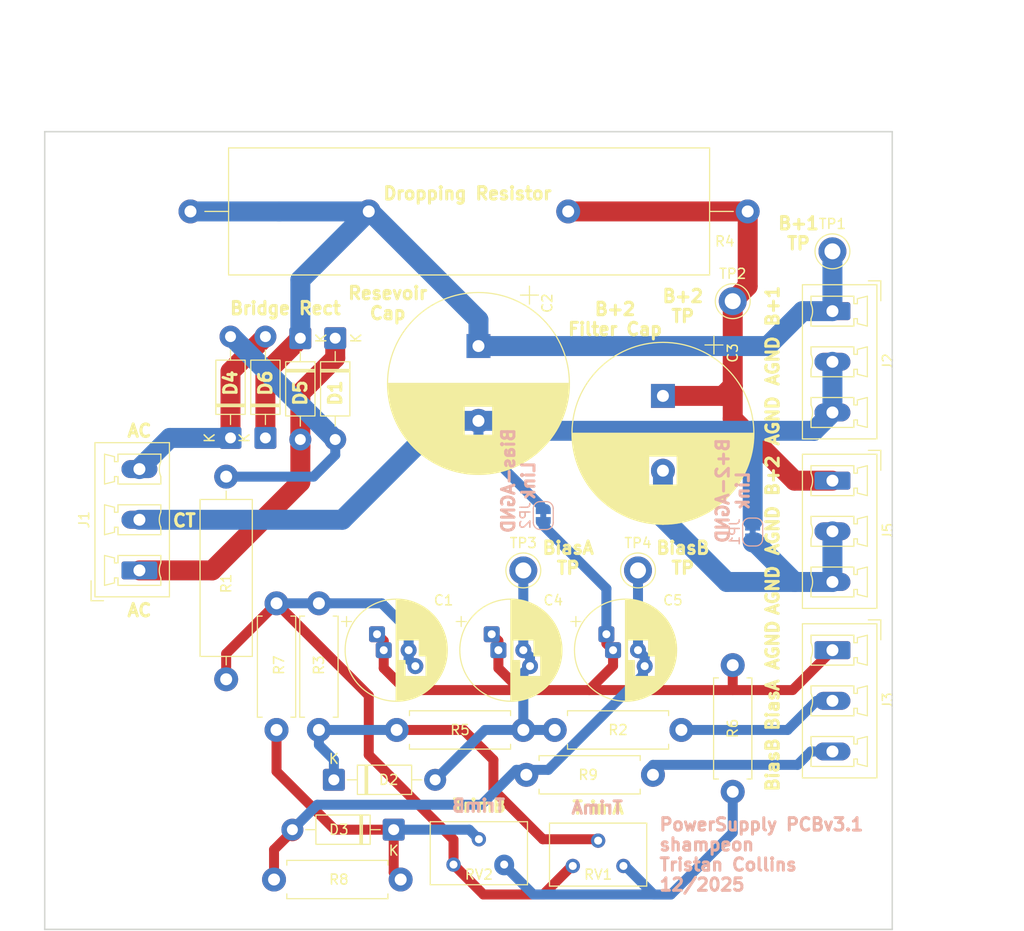
<source format=kicad_pcb>
(kicad_pcb (version 20241229) (generator "pcbnew") (generator_version "9.0")
  (layers (0 "F.Cu" signal) (2 "B.Cu" signal) (13 "F.Paste" user) (15 "B.Paste" user) (5 "F.SilkS" user "F.Silkscreen") (7 "B.SilkS" user "B.Silkscreen") (1 "F.Mask" user) (3 "B.Mask" user) (25 "Edge.Cuts" user))
  (net 0 "")
  (net 1 "Net-(C1-Pad2)")
  (net 2 "BiasA")
  (net 3 "BiasB")
  (net 4 "Net-(R6-Pad2)")
  (net 5 "/B+1")
  (net 6 "/B+2")
  (net 7 "Net-(JP2-B)")
  (net 8 "Net-(JP1-A)")
  (net 9 "Net-(JP1-B)")
  (net 10 "Net-(D2-A)")
  (net 11 "Net-(D3-A)")
  (net 12 "Net-(D1-K)")
  (net 13 "Net-(D1-A)")
  (net 14 "Net-(D2-K)")
  (net 15 "Net-(D3-K)")
  (net 16 "Net-(D4-K)")
  (footprint "Connector_Phoenix_MC_HighVoltage:PhoenixContact_MCV_1,5_3-G-5.08_1x03_P5.08mm_Vertical" (layer "F.Cu") (at 129 53 -90)
    (property "Reference" "J2" (at 5.08 -5.55 270) (layer "F.SilkS"))
    (property "Value" "Screw_Terminal_1x03")
    (pad "1" thru_hole roundrect (at 0 0 270) (size 1.8 3.6) (drill 1.2) (layers "*.Cu" "*.Mask") (roundrect_rratio 0.138889) (net 5 "/B+1"))
    (pad "2" thru_hole oval (at 5.08 0 270) (size 1.8 3.6) (drill 1.2) (layers "*.Cu" "*.Mask") (net 8 "Net-(JP1-A)"))
    (pad "3" thru_hole oval (at 10.16 0 270) (size 1.8 3.6) (drill 1.2) (layers "*.Cu" "*.Mask") (net 8 "Net-(JP1-A)"))
  )
  (footprint "Connector_Phoenix_MC_HighVoltage:PhoenixContact_MCV_1,5_3-G-5.08_1x03_P5.08mm_Vertical" (layer "F.Cu") (at 129 70 -90)
    (property "Reference" "J5" (at 5.08 -5.55 270) (layer "F.SilkS"))
    (property "Value" "Screw_Terminal_1x03")
    (pad "1" thru_hole roundrect (at 0 0 270) (size 1.8 3.6) (drill 1.2) (layers "*.Cu" "*.Mask") (roundrect_rratio 0.138889) (net 6 "/B+2"))
    (pad "2" thru_hole oval (at 5.08 0 270) (size 1.8 3.6) (drill 1.2) (layers "*.Cu" "*.Mask") (net 9 "Net-(JP1-B)"))
    (pad "3" thru_hole oval (at 10.16 0 270) (size 1.8 3.6) (drill 1.2) (layers "*.Cu" "*.Mask") (net 9 "Net-(JP1-B)"))
  )
  (footprint "Connector_Phoenix_MC_HighVoltage:PhoenixContact_MCV_1,5_3-G-5.08_1x03_P5.08mm_Vertical" (layer "F.Cu") (at 129 87 -90)
    (property "Reference" "J3" (at 5.08 -5.55 270) (layer "F.SilkS"))
    (property "Value" "Screw_Terminal_1x03")
    (pad "1" thru_hole roundrect (at 0 0 270) (size 1.8 3.6) (drill 1.2) (layers "*.Cu" "*.Mask") (roundrect_rratio 0.138889) (net 7 "Net-(JP2-B)"))
    (pad "2" thru_hole oval (at 5.08 0 270) (size 1.8 3.6) (drill 1.2) (layers "*.Cu" "*.Mask") (net 2 "BiasA"))
    (pad "3" thru_hole oval (at 10.16 0 270) (size 1.8 3.6) (drill 1.2) (layers "*.Cu" "*.Mask") (net 3 "BiasB"))
  )
  (footprint "Mounting_Holes:MountingHole_3.2mm_M3" (layer "F.Cu") (at 130 40)
    (property "Reference" "REF**" (hide yes))
    (property "Value" "MountingHole_3.2mm_M3")
    (pad "" np_thru_hole circle (at 0 0) (size 3.2 3.2) (drill 3.2) (layers "*.Cu" "*.Mask"))
  )
  (footprint "Mounting_Holes:MountingHole_3.2mm_M3" (layer "F.Cu") (at 130 110)
    (property "Reference" "REF**" (hide yes))
    (property "Value" "MountingHole_3.2mm_M3")
    (pad "" np_thru_hole circle (at 0 0) (size 3.2 3.2) (drill 3.2) (layers "*.Cu" "*.Mask"))
  )
  (footprint "Mounting_Holes:MountingHole_3.2mm_M3" (layer "F.Cu") (at 55 110)
    (property "Reference" "REF**" (hide yes))
    (property "Value" "MountingHole_3.2mm_M3")
    (pad "" np_thru_hole circle (at 0 0) (size 3.2 3.2) (drill 3.2) (layers "*.Cu" "*.Mask"))
  )
  (footprint "Diode_THT:D_DO-41_SOD81_P10.16mm_Horizontal" (layer "F.Cu") (at 79.13552 55.71248 -90)
    (property "Reference" "D1" (hide yes))
    (property "Value" "D")
    (fp_text user "K" (at 0 -2.1 270) (layer "F.SilkS"))
    (pad "1" thru_hole roundrect (at 0 0 270) (size 2.2 2.2) (drill 1.1) (layers "*.Cu" "*.Mask") (roundrect_rratio 0.113636) (net 12 "Net-(D1-K)"))
    (pad "2" thru_hole circle (at 10.16 0 270) (size 2.2 2.2) (drill 1.1) (layers "*.Cu" "*.Mask") (net 13 "Net-(D1-A)"))
  )
  (footprint "Diode_THT:D_DO-41_SOD81_P10.16mm_Horizontal" (layer "F.Cu") (at 68.63552 65.71248 90)
    (property "Reference" "D4" (hide yes))
    (property "Value" "D")
    (fp_text user "K" (at 0 -2.1 90) (layer "F.SilkS"))
    (pad "1" thru_hole roundrect (at 0 0 90) (size 2.2 2.2) (drill 1.1) (layers "*.Cu" "*.Mask") (roundrect_rratio 0.113636) (net 16 "Net-(D4-K)"))
    (pad "2" thru_hole circle (at 10.16 0 90) (size 2.2 2.2) (drill 1.1) (layers "*.Cu" "*.Mask") (net 13 "Net-(D1-A)"))
  )
  (footprint "Diode_THT:D_DO-41_SOD81_P10.16mm_Horizontal" (layer "F.Cu") (at 75.63552 55.71248 -90)
    (property "Reference" "D5" (hide yes))
    (property "Value" "D")
    (fp_text user "K" (at 0 -2.1 270) (layer "F.SilkS"))
    (pad "1" thru_hole roundrect (at 0 0 270) (size 2.2 2.2) (drill 1.1) (layers "*.Cu" "*.Mask") (roundrect_rratio 0.113636) (net 5 "/B+1"))
    (pad "2" thru_hole circle (at 10.16 0 270) (size 2.2 2.2) (drill 1.1) (layers "*.Cu" "*.Mask") (net 12 "Net-(D1-K)"))
  )
  (footprint "Diode_THT:D_DO-41_SOD81_P10.16mm_Horizontal" (layer "F.Cu") (at 72.13552 65.71248 90)
    (property "Reference" "D6" (hide yes))
    (property "Value" "D")
    (fp_text user "K" (at 0 -2.1 90) (layer "F.SilkS"))
    (pad "1" thru_hole roundrect (at 0 0 90) (size 2.2 2.2) (drill 1.1) (layers "*.Cu" "*.Mask") (roundrect_rratio 0.113636) (net 5 "/B+1"))
    (pad "2" thru_hole circle (at 10.16 0 90) (size 2.2 2.2) (drill 1.1) (layers "*.Cu" "*.Mask") (net 16 "Net-(D4-K)"))
  )
  (footprint "TestPoint:TestPoint_Keystone_5005-5009_Compact" (layer "F.Cu") (at 129 47)
    (property "Reference" "TP1" (at 0 -2.75 0) (layer "F.SilkS"))
    (property "Value" "TP")
    (pad "1" thru_hole circle (at 0 0) (size 2.8 2.8) (drill 1.6) (layers "*.Cu" "*.Mask") (net 5 "/B+1"))
  )
  (footprint "TestPoint:TestPoint_Keystone_5005-5009_Compact" (layer "F.Cu") (at 119 52)
    (property "Reference" "TP2" (at 0 -2.75 0) (layer "F.SilkS"))
    (property "Value" "TP")
    (pad "1" thru_hole circle (at 0 0) (size 2.8 2.8) (drill 1.6) (layers "*.Cu" "*.Mask") (net 6 "/B+2"))
  )
  (footprint "Capacitor_THT:CP_Radial_D18.0mm_P7.50mm" (layer "F.Cu") (at 93.5 56.5 -90)
    (property "Reference" "C2" (at -4.3 -6.9 90) (layer "F.SilkS"))
    (property "Value" "CP")
    (pad "1" thru_hole rect (at 0 0 270) (size 2.4 2.4) (drill 1.2) (layers "*.Cu" "*.Mask") (net 5 "/B+1"))
    (pad "2" thru_hole circle (at 7.5 0 270) (size 2.4 2.4) (drill 1.2) (layers "*.Cu" "*.Mask") (net 8 "Net-(JP1-A)"))
  )
  (footprint "Capacitor_THT:CP_Radial_D18.0mm_P7.50mm" (layer "F.Cu") (at 112 61.5 -90)
    (property "Reference" "C3" (at -4.3 -7 90) (layer "F.SilkS"))
    (property "Value" "CP")
    (pad "1" thru_hole rect (at 0 0 270) (size 2.4 2.4) (drill 1.2) (layers "*.Cu" "*.Mask") (net 6 "/B+2"))
    (pad "2" thru_hole circle (at 7.5 0 270) (size 2.4 2.4) (drill 1.2) (layers "*.Cu" "*.Mask") (net 9 "Net-(JP1-B)"))
  )
  (footprint "Resistor_THT:R_Axial_Power_L48.0mm_W12.5mm_P55.88mm" (layer "F.Cu") (at 120.5 43 180)
    (property "Reference" "R4" (at 2.3 -3 180) (layer "F.SilkS"))
    (property "Value" "R")
    (pad "1" thru_hole circle (at 0 0 180) (size 2.4 2.4) (drill 1.2) (layers "*.Cu" "*.Mask") (net 6 "/B+2"))
    (pad "1" thru_hole circle (at 18 0 180) (size 2.4 2.4) (drill 1.2) (layers "*.Cu" "*.Mask") (net 6 "/B+2"))
    (pad "2" thru_hole oval (at 38 0 180) (size 2.4 2.4) (drill 1.2) (layers "*.Cu" "*.Mask") (net 5 "/B+1"))
    (pad "2" thru_hole oval (at 55.88 0 180) (size 2.4 2.4) (drill 1.2) (layers "*.Cu" "*.Mask") (net 5 "/B+1"))
  )
  (footprint "Connector_Phoenix_MC_HighVoltage:PhoenixContact_MCV_1,5_3-G-5.08_1x03_P5.08mm_Vertical" (layer "F.Cu") (at 59.5 79 90)
    (property "Reference" "J1" (at 5.08 -5.55 90) (layer "F.SilkS"))
    (property "Value" "Screw_Terminal_1x03")
    (pad "1" thru_hole roundrect (at 0 0 90) (size 1.8 3.6) (drill 1.2) (layers "*.Cu" "*.Mask") (roundrect_rratio 0.138889) (net 12 "Net-(D1-K)"))
    (pad "2" thru_hole oval (at 5.08 0 90) (size 1.8 3.6) (drill 1.2) (layers "*.Cu" "*.Mask") (net 8 "Net-(JP1-A)"))
    (pad "3" thru_hole oval (at 10.16 0 90) (size 1.8 3.6) (drill 1.2) (layers "*.Cu" "*.Mask") (net 16 "Net-(D4-K)"))
  )
  (footprint "Capacitor_THT:CP_Radial_D10.0mm_P2.50mm_P5.00mm" (layer "F.Cu") (at 107 87)
    (property "Reference" "C5" (at 6 -5 0) (layer "F.SilkS"))
    (property "Value" "CP")
    (pad "1" thru_hole roundrect (at -0.670937 -1.6) (size 1.6 1.6) (drill 0.8) (layers "*.Cu" "*.Mask") (roundrect_rratio 0.15625) (net 7 "Net-(JP2-B)"))
    (pad "1" thru_hole roundrect (at 0 0) (size 1.6 1.6) (drill 0.8) (layers "*.Cu" "*.Mask") (roundrect_rratio 0.15625) (net 7 "Net-(JP2-B)"))
    (pad "2" thru_hole circle (at 2.5 0) (size 1.6 1.6) (drill 0.8) (layers "*.Cu" "*.Mask") (net 11 "Net-(D3-A)"))
    (pad "2" thru_hole circle (at 3.170937 1.6) (size 1.6 1.6) (drill 0.8) (layers "*.Cu" "*.Mask") (net 11 "Net-(D3-A)"))
  )
  (footprint "Capacitor_THT:CP_Radial_D10.0mm_P2.50mm_P5.00mm" (layer "F.Cu") (at 95.5 87)
    (property "Reference" "C4" (at 5.5 -5 0) (layer "F.SilkS"))
    (property "Value" "CP")
    (pad "1" thru_hole roundrect (at -0.670937 -1.6) (size 1.6 1.6) (drill 0.8) (layers "*.Cu" "*.Mask") (roundrect_rratio 0.15625) (net 7 "Net-(JP2-B)"))
    (pad "1" thru_hole roundrect (at 0 0) (size 1.6 1.6) (drill 0.8) (layers "*.Cu" "*.Mask") (roundrect_rratio 0.15625) (net 7 "Net-(JP2-B)"))
    (pad "2" thru_hole circle (at 2.5 0) (size 1.6 1.6) (drill 0.8) (layers "*.Cu" "*.Mask") (net 10 "Net-(D2-A)"))
    (pad "2" thru_hole circle (at 3.170937 1.6) (size 1.6 1.6) (drill 0.8) (layers "*.Cu" "*.Mask") (net 10 "Net-(D2-A)"))
  )
  (footprint "Capacitor_THT:CP_Radial_D10.0mm_P2.50mm_P5.00mm" (layer "F.Cu") (at 84 87)
    (property "Reference" "C1" (at 6 -5 0) (layer "F.SilkS"))
    (property "Value" "CP")
    (pad "1" thru_hole roundrect (at -0.670937 -1.6) (size 1.6 1.6) (drill 0.8) (layers "*.Cu" "*.Mask") (roundrect_rratio 0.15625) (net 7 "Net-(JP2-B)"))
    (pad "1" thru_hole roundrect (at 0 0) (size 1.6 1.6) (drill 0.8) (layers "*.Cu" "*.Mask") (roundrect_rratio 0.15625) (net 7 "Net-(JP2-B)"))
    (pad "2" thru_hole circle (at 2.5 0) (size 1.6 1.6) (drill 0.8) (layers "*.Cu" "*.Mask") (net 1 "Net-(C1-Pad2)"))
    (pad "2" thru_hole circle (at 3.170937 1.6) (size 1.6 1.6) (drill 0.8) (layers "*.Cu" "*.Mask") (net 1 "Net-(C1-Pad2)"))
  )
  (footprint "Resistor_THT:R_Axial_DIN0516_L15.5mm_D5.0mm_P20.32mm_Horizontal" (layer "F.Cu") (at 68.2 89.916 90)
    (property "Reference" "R1" (at 9.6 0 90) (layer "F.SilkS"))
    (property "Value" "R")
    (pad "1" thru_hole circle (at 0 0 90) (size 2.4 2.4) (drill 1.2) (layers "*.Cu" "*.Mask") (net 1 "Net-(C1-Pad2)"))
    (pad "2" thru_hole oval (at 20.32 0 90) (size 2.4 2.4) (drill 1.2) (layers "*.Cu" "*.Mask") (net 13 "Net-(D1-A)"))
  )
  (footprint "Resistor_THT:R_Axial_DIN0411_L9.9mm_D3.6mm_P12.70mm_Horizontal" (layer "F.Cu") (at 98 95 180)
    (property "Reference" "R5" (at 6.35 0 180) (layer "F.SilkS"))
    (property "Value" "R")
    (pad "1" thru_hole circle (at 0 0 180) (size 2.4 2.4) (drill 1.2) (layers "*.Cu" "*.Mask") (net 10 "Net-(D2-A)"))
    (pad "2" thru_hole circle (at 12.7 0 180) (size 2.4 2.4) (drill 1.2) (layers "*.Cu" "*.Mask") (net 14 "Net-(D2-K)"))
  )
  (footprint "Potentiometer_THT:Potentiometer_Bourns_3299Y_Vertical" (layer "F.Cu") (at 91 108.5 180)
    (property "Reference" "RV2" (at -2.54 -1 0) (layer "F.SilkS"))
    (property "Value" "POT_TRIM")
    (pad "1" thru_hole circle (at 0 0 180) (size 1.44 1.44) (drill 0.8) (layers "*.Cu" "*.Mask") (net 1 "Net-(C1-Pad2)"))
    (pad "2" thru_hole circle (at -2.54 2.54 180) (size 1.44 1.44) (drill 0.8) (layers "*.Cu" "*.Mask") (net 15 "Net-(D3-K)"))
    (pad "3" thru_hole circle (at -5.08 0 180) (size 1.44 1.44) (drill 0.8) (layers "*.Cu" "*.Mask") (net 4 "Net-(R6-Pad2)"))
  )
  (footprint "Potentiometer_THT:Potentiometer_Bourns_3299Y_Vertical" (layer "F.Cu") (at 102.96 108.64 180)
    (property "Reference" "RV1" (at -2.54 -0.86 0) (layer "F.SilkS"))
    (property "Value" "POT_TRIM")
    (pad "1" thru_hole circle (at 0 0 180) (size 1.44 1.44) (drill 0.8) (layers "*.Cu" "*.Mask") (net 1 "Net-(C1-Pad2)"))
    (pad "2" thru_hole circle (at -2.54 2.54 180) (size 1.44 1.44) (drill 0.8) (layers "*.Cu" "*.Mask") (net 14 "Net-(D2-K)"))
    (pad "3" thru_hole circle (at -5.08 0 180) (size 1.44 1.44) (drill 0.8) (layers "*.Cu" "*.Mask") (net 4 "Net-(R6-Pad2)"))
  )
  (footprint "Diode_THT:D_DO-41_SOD81_P10.16mm_Horizontal" (layer "F.Cu") (at 85 105 180)
    (property "Reference" "D3" (at 5.5 0 180) (layer "F.SilkS"))
    (property "Value" "D")
    (fp_text user "K" (at 0 -2.1 180) (layer "F.SilkS"))
    (pad "1" thru_hole roundrect (at 0 0 180) (size 2.2 2.2) (drill 1.1) (layers "*.Cu" "*.Mask") (roundrect_rratio 0.113636) (net 15 "Net-(D3-K)"))
    (pad "2" thru_hole circle (at 10.16 0 180) (size 2.2 2.2) (drill 1.1) (layers "*.Cu" "*.Mask") (net 11 "Net-(D3-A)"))
  )
  (footprint "Diode_THT:D_DO-41_SOD81_P10.16mm_Horizontal" (layer "F.Cu") (at 79 100)
    (property "Reference" "D2" (at 5.5 0 0) (layer "F.SilkS"))
    (property "Value" "D")
    (fp_text user "K" (at 0 -2.1 0) (layer "F.SilkS"))
    (pad "1" thru_hole roundrect (at 0 0) (size 2.2 2.2) (drill 1.1) (layers "*.Cu" "*.Mask") (roundrect_rratio 0.113636) (net 14 "Net-(D2-K)"))
    (pad "2" thru_hole circle (at 10.16 0) (size 2.2 2.2) (drill 1.1) (layers "*.Cu" "*.Mask") (net 10 "Net-(D2-A)"))
  )
  (footprint "Resistor_THT:R_Axial_DIN0411_L9.9mm_D3.6mm_P12.70mm_Horizontal" (layer "F.Cu") (at 77.5 95 90)
    (property "Reference" "R3" (at 6.5 0 90) (layer "F.SilkS"))
    (property "Value" "R")
    (pad "1" thru_hole circle (at 0 0 90) (size 2.4 2.4) (drill 1.2) (layers "*.Cu" "*.Mask") (net 14 "Net-(D2-K)"))
    (pad "2" thru_hole circle (at 12.7 0 90) (size 2.4 2.4) (drill 1.2) (layers "*.Cu" "*.Mask") (net 1 "Net-(C1-Pad2)"))
  )
  (footprint "Resistor_THT:R_Axial_DIN0411_L9.9mm_D3.6mm_P12.70mm_Horizontal" (layer "F.Cu") (at 111 99.5 180)
    (property "Reference" "R9" (at 6.5 0 180) (layer "F.SilkS"))
    (property "Value" "R")
    (pad "1" thru_hole circle (at 0 0 180) (size 2.4 2.4) (drill 1.2) (layers "*.Cu" "*.Mask") (net 3 "BiasB"))
    (pad "2" thru_hole circle (at 12.7 0 180) (size 2.4 2.4) (drill 1.2) (layers "*.Cu" "*.Mask") (net 11 "Net-(D3-A)"))
  )
  (footprint "Resistor_THT:R_Axial_DIN0411_L9.9mm_D3.6mm_P12.70mm_Horizontal" (layer "F.Cu") (at 113.85 95 180)
    (property "Reference" "R2" (at 6.35 0 180) (layer "F.SilkS"))
    (property "Value" "R")
    (pad "1" thru_hole circle (at 0 0 180) (size 2.4 2.4) (drill 1.2) (layers "*.Cu" "*.Mask") (net 2 "BiasA"))
    (pad "2" thru_hole circle (at 12.7 0 180) (size 2.4 2.4) (drill 1.2) (layers "*.Cu" "*.Mask") (net 10 "Net-(D2-A)"))
  )
  (footprint "TestPoint:TestPoint_Keystone_5005-5009_Compact" (layer "F.Cu") (at 109.5 79)
    (property "Reference" "TP4" (at 0 -2.75 0) (layer "F.SilkS"))
    (property "Value" "TP")
    (pad "1" thru_hole circle (at 0 0) (size 2.8 2.8) (drill 1.6) (layers "*.Cu" "*.Mask") (net 11 "Net-(D3-A)"))
  )
  (footprint "TestPoint:TestPoint_Keystone_5005-5009_Compact" (layer "F.Cu") (at 98 79)
    (property "Reference" "TP3" (at 0 -2.75 0) (layer "F.SilkS"))
    (property "Value" "TP")
    (pad "1" thru_hole circle (at 0 0) (size 2.8 2.8) (drill 1.6) (layers "*.Cu" "*.Mask") (net 10 "Net-(D2-A)"))
  )
  (footprint "Resistor_THT:R_Axial_DIN0411_L9.9mm_D3.6mm_P12.70mm_Horizontal" (layer "F.Cu") (at 73 110)
    (property "Reference" "R8" (at 6.5 0 0) (layer "F.SilkS"))
    (property "Value" "R")
    (pad "1" thru_hole circle (at 0 0) (size 2.4 2.4) (drill 1.2) (layers "*.Cu" "*.Mask") (net 11 "Net-(D3-A)"))
    (pad "2" thru_hole circle (at 12.7 0) (size 2.4 2.4) (drill 1.2) (layers "*.Cu" "*.Mask") (net 15 "Net-(D3-K)"))
  )
  (footprint "Resistor_THT:R_Axial_DIN0411_L9.9mm_D3.6mm_P12.70mm_Horizontal" (layer "F.Cu") (at 73.25 95 90)
    (property "Reference" "R7" (at 6.5 0.25 90) (layer "F.SilkS"))
    (property "Value" "R")
    (pad "1" thru_hole circle (at 0 0 90) (size 2.4 2.4) (drill 1.2) (layers "*.Cu" "*.Mask") (net 15 "Net-(D3-K)"))
    (pad "2" thru_hole circle (at 12.7 0 90) (size 2.4 2.4) (drill 1.2) (layers "*.Cu" "*.Mask") (net 1 "Net-(C1-Pad2)"))
  )
  (footprint "Resistor_THT:R_Axial_DIN0411_L9.9mm_D3.6mm_P12.70mm_Horizontal" (layer "F.Cu") (at 119 88.5 -90)
    (property "Reference" "R6" (at 6.35 0 270) (layer "F.SilkS"))
    (property "Value" "R")
    (pad "1" thru_hole circle (at 0 0 270) (size 2.4 2.4) (drill 1.2) (layers "*.Cu" "*.Mask") (net 7 "Net-(JP2-B)"))
    (pad "2" thru_hole circle (at 12.7 0 270) (size 2.4 2.4) (drill 1.2) (layers "*.Cu" "*.Mask") (net 4 "Net-(R6-Pad2)"))
  )
  (footprint "Mounting_Holes:MountingHole_3.2mm_M3" (layer "F.Cu") (at 55 40)
    (property "Reference" "REF**" (hide yes))
    (property "Value" "MountingHole_3.2mm_M3")
    (pad "" np_thru_hole circle (at 0 0) (size 3.2 3.2) (drill 3.2) (layers "*.Cu" "*.Mask"))
  )
  (footprint "Jumper:SolderJumper-2_P1.3mm_Bridged_RoundedPad1.0x1.5mm" (layer "B.Cu") (at 121 75.15 -90)
    (property "Reference" "JP1" (at 0 1.8 90) (layer "B.SilkS") (effects (justify mirror)))
    (property "Value" "Jumper_2_Bridged")
    (fp_poly (pts (xy 0.25 0.3) (xy -0.25 0.3) (xy -0.25 -0.3) (xy 0.25 -0.3)) (fill yes) (layer "B.Cu"))
    (pad "1" smd custom (at -0.65 0 270) (size 1 0.5) (layers "B.Cu" "B.Mask") (net 8 "Net-(JP1-A)") (options (clearance outline) (anchor rect)) (primitives (gr_circle (center 0 -0.25) (end 0.5 -0.25) (width 0) (fill yes)) (gr_circle (center 0 0.25) (end 0.5 0.25) (width 0) (fill yes)) (gr_poly (pts (xy 0.5 -0.75) (xy 0 -0.75) (xy 0 0.75) (xy 0.5 0.75)) (width 0) (fill yes))))
    (pad "2" smd custom (at 0.65 0 270) (size 1 0.5) (layers "B.Cu" "B.Mask") (net 9 "Net-(JP1-B)") (options (clearance outline) (anchor rect)) (primitives (gr_circle (center 0 -0.25) (end 0.5 -0.25) (width 0) (fill yes)) (gr_circle (center 0 0.25) (end 0.5 0.25) (width 0) (fill yes)) (gr_poly (pts (xy 0 -0.75) (xy -0.5 -0.75) (xy -0.5 0.75) (xy 0 0.75)) (width 0) (fill yes))))
  )
  (footprint "Jumper:SolderJumper-2_P1.3mm_Bridged_RoundedPad1.0x1.5mm" (layer "B.Cu") (at 100 73.5 -90)
    (property "Reference" "JP2" (at 0 1.8 90) (layer "B.SilkS") (effects (justify mirror)))
    (property "Value" "Jumper_2_Bridged")
    (fp_poly (pts (xy 0.25 0.3) (xy -0.25 0.3) (xy -0.25 -0.3) (xy 0.25 -0.3)) (fill yes) (layer "B.Cu"))
    (pad "1" smd custom (at -0.65 0 270) (size 1 0.5) (layers "B.Cu" "B.Mask") (net 8 "Net-(JP1-A)") (options (clearance outline) (anchor rect)) (primitives (gr_circle (center 0 -0.25) (end 0.5 -0.25) (width 0) (fill yes)) (gr_circle (center 0 0.25) (end 0.5 0.25) (width 0) (fill yes)) (gr_poly (pts (xy 0.5 -0.75) (xy 0 -0.75) (xy 0 0.75) (xy 0.5 0.75)) (width 0) (fill yes))))
    (pad "2" smd custom (at 0.65 0 270) (size 1 0.5) (layers "B.Cu" "B.Mask") (net 7 "Net-(JP2-B)") (options (clearance outline) (anchor rect)) (primitives (gr_circle (center 0 -0.25) (end 0.5 -0.25) (width 0) (fill yes)) (gr_circle (center 0 0.25) (end 0.5 0.25) (width 0) (fill yes)) (gr_poly (pts (xy 0 -0.75) (xy -0.5 -0.75) (xy -0.5 0.75) (xy 0 0.75)) (width 0) (fill yes))))
  )
  (gr_line (start 50 115) (end 135 115) (stroke (width 0.15)) (layer "Edge.Cuts"))
  (gr_line (start 135 35) (end 135 115) (stroke (width 0.15)) (layer "Edge.Cuts"))
  (gr_line (start 50 35) (end 135 35) (stroke (width 0.15)) (layer "Edge.Cuts"))
  (gr_line (start 50 115) (end 50 35) (stroke (width 0.15)) (layer "Edge.Cuts"))
  (gr_text "AGND" (at 123 75 90) (layer "F.SilkS") (effects (font (size 1.25 1.25) (thickness 0.3))))
  (gr_text "CT" (at 64 74 0) (layer "F.SilkS") (effects (font (size 1.25 1.25) (thickness 0.3))))
  (gr_text "AC" (at 59.5 83 0) (layer "F.SilkS") (effects (font (size 1.25 1.25) (thickness 0.3))))
  (gr_text "TrimB" (at 93.6 102.6 0) (layer "F.SilkS") (effects (font (size 1.25 1.25) (thickness 0.3))))
  (gr_text "TrimA" (at 105.5 102.8 0) (layer "F.SilkS") (effects (font (size 1.25 1.25) (thickness 0.3))))
  (gr_text "BiasB\nTP" (at 114 77.75 0) (layer "F.SilkS") (effects (font (size 1.25 1.25) (thickness 0.3))))
  (gr_text "BiasA\nTP" (at 102.5 77.75 0) (layer "F.SilkS") (effects (font (size 1.25 1.25) (thickness 0.3))))
  (gr_text "B+2\nFilter Cap" (at 107.2 53.8 0) (layer "F.SilkS") (effects (font (size 1.25 1.25) (thickness 0.3))))
  (gr_text "Resevoir\nCap" (at 84.4 52.2 0) (layer "F.SilkS") (effects (font (size 1.25 1.25) (thickness 0.3))))
  (gr_text "B+1\nTP" (at 125.6 45.2 0) (layer "F.SilkS") (effects (font (size 1.25 1.25) (thickness 0.3))))
  (gr_text "AGND" (at 123 86.5 90) (layer "F.SilkS") (effects (font (size 1.25 1.25) (thickness 0.3))))
  (gr_text "D1" (at 79.13552 61.21248 90) (layer "F.SilkS") (effects (font (size 1.25 1.25) (thickness 0.3))))
  (gr_text "D6" (at 72.13552 60.21248 90) (layer "F.SilkS") (effects (font (size 1.25 1.25) (thickness 0.3))))
  (gr_text "AGND" (at 123 58 90) (layer "F.SilkS") (effects (font (size 1.25 1.25) (thickness 0.3))))
  (gr_text "D4" (at 68.63552 60.21248 90) (layer "F.SilkS") (effects (font (size 1.25 1.25) (thickness 0.3))))
  (gr_text "B+1" (at 123 52.5 90) (layer "F.SilkS") (effects (font (size 1.25 1.25) (thickness 0.3))))
  (gr_text "BiasB" (at 123 98.5 90) (layer "F.SilkS") (effects (font (size 1.25 1.25) (thickness 0.3))))
  (gr_text "AGND" (at 123 81 90) (layer "F.SilkS") (effects (font (size 1.25 1.25) (thickness 0.3))))
  (gr_text "B+2\nTP" (at 114 52.5 0) (layer "F.SilkS") (effects (font (size 1.25 1.25) (thickness 0.3))))
  (gr_text "AC" (at 59.5 65 0) (layer "F.SilkS") (effects (font (size 1.25 1.25) (thickness 0.3))))
  (gr_text "Bridge Rect" (at 74.13552 52.71248 0) (layer "F.SilkS") (effects (font (size 1.25 1.25) (thickness 0.3))))
  (gr_text "AGND" (at 123 64 90) (layer "F.SilkS") (effects (font (size 1.25 1.25) (thickness 0.3))))
  (gr_text "BiasA" (at 123 92.5 90) (layer "F.SilkS") (effects (font (size 1.25 1.25) (thickness 0.3))))
  (gr_text "Dropping Resistor" (at 92.4 41.2 0) (layer "F.SilkS") (effects (font (size 1.25 1.25) (thickness 0.3))))
  (gr_text "B+2" (at 123 69.5 90) (layer "F.SilkS") (effects (font (size 1.25 1.25) (thickness 0.3))))
  (gr_text "D5" (at 75.63552 61.21248 90) (layer "F.SilkS") (effects (font (size 1.25 1.25) (thickness 0.3))))
  (gr_text "Bias-AGND\nLink" (at 97.5 70 90) (layer "B.SilkS") (effects (font (size 1.25 1.25) (thickness 0.3)) (justify mirror)))
  (gr_text "B+2-AGND\nLink" (at 119 71 90) (layer "B.SilkS") (effects (font (size 1.25 1.25) (thickness 0.3)) (justify mirror)))
  (gr_text "TrimB" (at 93.5 102.6 0) (layer "B.SilkS") (effects (font (size 1.25 1.25) (thickness 0.3)) (justify mirror)))
  (gr_text "TrimA" (at 105.4 102.8 0) (layer "B.SilkS") (effects (font (size 1.25 1.25) (thickness 0.3)) (justify mirror)))
  (gr_text "PowerSupply PCBv3.1\nshampeon\nTristan Collins\n12/2025" (at 111.5 107.5 0) (layer "B.SilkS") (effects (font (size 1.25 1.25) (thickness 0.3)) (justify left)))
  (segment (start 100 111.5) (end 103 108.5) (width 1) (layer "F.Cu") (net 1))
  (segment (start 91 108.5) (end 94 111.5) (width 1) (layer "F.Cu") (net 1))
  (segment (start 94 111.5) (end 100 111.5) (width 1) (layer "F.Cu") (net 1))
  (segment (start 82.5 97.5) (end 91 106) (width 1) (layer "F.Cu") (net 1))
  (segment (start 73.25 82.3) (end 82.5 91.55) (width 1) (layer "F.Cu") (net 1))
  (segment (start 68.2 89.916) (end 68.2 87.35) (width 1) (layer "F.Cu") (net 1))
  (segment (start 68.2 87.35) (end 73.25 82.3) (width 1) (layer "F.Cu") (net 1))
  (segment (start 82.5 91.55) (end 82.5 97.5) (width 1) (layer "F.Cu") (net 1))
  (segment (start 91 106) (end 91 108.5) (width 1) (layer "F.Cu") (net 1))
  (segment (start 86.5 87.929063) (end 87.170937 88.6) (width 1) (layer "B.Cu") (net 1))
  (segment (start 86.5 87) (end 86.5 87.929063) (width 1) (layer "B.Cu") (net 1))
  (segment (start 86.5 87) (end 86.5 85) (width 1) (layer "B.Cu") (net 1))
  (segment (start 77.5 82.3) (end 73.25 82.3) (width 1) (layer "B.Cu") (net 1))
  (segment (start 86.5 85) (end 83.8 82.3) (width 1) (layer "B.Cu") (net 1))
  (segment (start 78.63137 82.3) (end 77.5 82.3) (width 1) (layer "B.Cu") (net 1))
  (segment (start 83.8 82.3) (end 78.63137 82.3) (width 1) (layer "B.Cu") (net 1))
  (segment (start 113.5 95) (end 124.5 95) (width 1) (layer "B.Cu") (net 2))
  (segment (start 124.5 95) (end 127.42 92.08) (width 1) (layer "B.Cu") (net 2))
  (segment (start 127.42 92.08) (end 129 92.08) (width 1) (layer "B.Cu") (net 2))
  (segment (start 126.84 97.16) (end 129 97.16) (width 1) (layer "B.Cu") (net 3))
  (segment (start 110.5 99) (end 111 98.5) (width 1) (layer "B.Cu") (net 3))
  (segment (start 125.5 98.5) (end 126.84 97.16) (width 1) (layer "B.Cu") (net 3))
  (segment (start 111 98.5) (end 125.5 98.5) (width 1) (layer "B.Cu") (net 3))
  (segment (start 96.08 108.5) (end 96.08 108.58) (width 2) (layer "B.Cu") (net 4))
  (segment (start 111.086 111.506) (end 108.08 108.5) (width 1) (layer "B.Cu") (net 4))
  (segment (start 112.794 111.506) (end 111.086 111.506) (width 1) (layer "B.Cu") (net 4))
  (segment (start 119 101.2) (end 119 105.3) (width 1) (layer "B.Cu") (net 4))
  (segment (start 99 111.5) (end 96.08 108.58) (width 1) (layer "B.Cu") (net 4))
  (segment (start 119 105.3) (end 112.794 111.506) (width 1) (layer "B.Cu") (net 4))
  (segment (start 110.998 111.5) (end 99 111.5) (width 1) (layer "B.Cu") (net 4))
  (segment (start 72.13298 59.21756) (end 75.63806 55.71248) (width 2) (layer "F.Cu") (net 5))
  (segment (start 72.13298 65.71248) (end 72.13298 59.21756) (width 2) (layer "F.Cu") (net 5))
  (segment (start 82.5 43) (end 82.624 43) (width 2) (layer "B.Cu") (net 5))
  (segment (start 93.5 56.5) (end 122.5 56.5) (width 2) (layer "B.Cu") (net 5))
  (segment (start 75.63806 55.71248) (end 75.63806 49.86194) (width 2) (layer "B.Cu") (net 5))
  (segment (start 82.5 43) (end 73.5 43) (width 2) (layer "B.Cu") (net 5))
  (segment (start 64.62 43) (end 73.5 43) (width 2) (layer "B.Cu") (net 5))
  (segment (start 122.5 56.5) (end 126 53) (width 2) (layer "B.Cu") (net 5))
  (segment (start 82.624 43) (end 93.5 53.876) (width 2) (layer "B.Cu") (net 5))
  (segment (start 75.63806 49.86194) (end 82.5 43) (width 2) (layer "B.Cu") (net 5))
  (segment (start 93.5 53.876) (end 93.5 56.5) (width 2) (layer "B.Cu") (net 5))
  (segment (start 129 53) (end 129 47) (width 2) (layer "B.Cu") (net 5))
  (segment (start 126 53) (end 129 53) (width 2) (layer "B.Cu") (net 5))
  (segment (start 125.2 70) (end 129 70) (width 2) (layer "F.Cu") (net 6))
  (segment (start 119 63.8) (end 125.2 70) (width 2) (layer "F.Cu") (net 6))
  (segment (start 112 61.5) (end 118 61.5) (width 2) (layer "F.Cu") (net 6))
  (segment (start 119 52) (end 119 60.5) (width 2) (layer "F.Cu") (net 6))
  (segment (start 120.5 43) (end 120.5 50.5) (width 2) (layer "F.Cu") (net 6))
  (segment (start 118 61.5) (end 119 60.5) (width 2) (layer "F.Cu") (net 6))
  (segment (start 120.5 50.5) (end 119 52) (width 2) (layer "F.Cu") (net 6))
  (segment (start 119 60.5) (end 119 63.8) (width 2) (layer "F.Cu") (net 6))
  (segment (start 120.5 43) (end 102.5 43) (width 2) (layer "F.Cu") (net 6))
  (segment (start 125 91) (end 129 87) (width 1) (layer "F.Cu") (net 7))
  (segment (start 106.329063 85.4) (end 106.329063 86.329063) (width 1) (layer "F.Cu") (net 7))
  (segment (start 84 87) (end 84 86.070937) (width 1) (layer "F.Cu") (net 7))
  (segment (start 106.329063 86.329063) (end 107 87) (width 1) (layer "F.Cu") (net 7))
  (segment (start 84 86.070937) (end 83.329063 85.4) (width 1) (layer "F.Cu") (net 7))
  (segment (start 97.7 91) (end 86.2 91) (width 1) (layer "F.Cu") (net 7))
  (segment (start 86.2 91) (end 84 88.8) (width 1) (layer "F.Cu") (net 7))
  (segment (start 84 88.8) (end 84 87) (width 1) (layer "F.Cu") (net 7))
  (segment (start 95.5 87) (end 95.5 86.070937) (width 1) (layer "F.Cu") (net 7))
  (segment (start 95.5 86.070937) (end 94.829063 85.4) (width 1) (layer "F.Cu") (net 7))
  (segment (start 97.7 91) (end 95.5 88.8) (width 1) (layer "F.Cu") (net 7))
  (segment (start 104.720002 91) (end 97.7 91) (width 1) (layer "F.Cu") (net 7))
  (segment (start 95.5 88.8) (end 95.5 87) (width 1) (layer "F.Cu") (net 7))
  (segment (start 119 88.5) (end 119 91) (width 1) (layer "F.Cu") (net 7))
  (segment (start 119 91) (end 125 91) (width 1) (layer "F.Cu") (net 7))
  (segment (start 104.58 91) (end 107 88.58) (width 1) (layer "F.Cu") (net 7))
  (segment (start 107 88.58) (end 107 87) (width 1) (layer "F.Cu") (net 7))
  (segment (start 119 91) (end 104.58 91) (width 1) (layer "F.Cu") (net 7))
  (segment (start 100 74.5) (end 106.329063 80.829063) (width 1) (layer "B.Cu") (net 7))
  (segment (start 106.239531 80.739532) (end 106.329063 80.829064) (width 1) (layer "B.Cu") (net 7))
  (segment (start 106.329063 80.829064) (end 106.329063 85.4) (width 1) (layer "B.Cu") (net 7))
  (segment (start 121 65) (end 127.16 65) (width 2) (layer "B.Cu") (net 8))
  (segment (start 89.76848 64) (end 93.5 64) (width 2) (layer "B.Cu") (net 8))
  (segment (start 129 63.16) (end 129 58.08) (width 2) (layer "B.Cu") (net 8))
  (segment (start 93.5 64) (end 97.75 64) (width 2) (layer "B.Cu") (net 8))
  (segment (start 97.75 64) (end 98.75 65) (width 2) (layer "B.Cu") (net 8))
  (segment (start 93.5 64) (end 93.5 66.25) (width 1) (layer "B.Cu") (net 8))
  (segment (start 98.75 65) (end 121 65) (width 2) (layer "B.Cu") (net 8))
  (segment (start 59.5 73.92) (end 79.84848 73.92) (width 2) (layer "B.Cu") (net 8))
  (segment (start 79.84848 73.92) (end 89.76848 64) (width 2) (layer "B.Cu") (net 8))
  (segment (start 121 65) (end 121 74) (width 2) (layer "B.Cu") (net 8))
  (segment (start 93.5 66.25) (end 99.75 72.5) (width 1) (layer "B.Cu") (net 8))
  (segment (start 127.16 65) (end 129 63.16) (width 2) (layer "B.Cu") (net 8))
  (segment (start 125.2 80.16) (end 121.24001 76.20001) (width 2) (layer "B.Cu") (net 9))
  (segment (start 121.24001 76.20001) (end 121 76.20001) (width 2) (layer "B.Cu") (net 9))
  (segment (start 112 73.75) (end 118.41 80.16) (width 2) (layer "B.Cu") (net 9))
  (segment (start 118.41 80.16) (end 125.2 80.16) (width 2) (layer "B.Cu") (net 9))
  (segment (start 129 80.16) (end 125.2 80.16) (width 2) (layer "B.Cu") (net 9))
  (segment (start 112 69) (end 112 73.75) (width 2) (layer "B.Cu") (net 9))
  (segment (start 129 80.16) (end 129 75.08) (width 2) (layer "B.Cu") (net 9))
  (segment (start 98 87) (end 98 79) (width 1) (layer "B.Cu") (net 10))
  (segment (start 98 95) (end 94.15746 95) (width 1) (layer "B.Cu") (net 10))
  (segment (start 98.670937 88.6) (end 98.670937 87.670937) (width 1) (layer "B.Cu") (net 10))
  (segment (start 98 95) (end 98 89.270937) (width 1) (layer "B.Cu") (net 10))
  (segment (start 98.670937 87.670937) (end 98 87) (width 1) (layer "B.Cu") (net 10))
  (segment (start 98 95) (end 100.8 95) (width 1) (layer "B.Cu") (net 10))
  (segment (start 94.15746 95) (end 89.16 99.99746) (width 1) (layer "B.Cu") (net 10))
  (segment (start 98 89.270937) (end 98.670937 88.6) (width 1) (layer "B.Cu") (net 10))
  (segment (start 74.84 105.00254) (end 74.84 105.16) (width 2) (layer "F.Cu") (net 11))
  (segment (start 73 107) (end 73 110) (width 1) (layer "F.Cu") (net 11))
  (segment (start 74.84 105.16) (end 73 107) (width 1) (layer "F.Cu") (net 11))
  (segment (start 109.5 87) (end 109.5 79) (width 1) (layer "B.Cu") (net 11))
  (segment (start 110.170937 88.6) (end 110.170937 87.670937) (width 1) (layer "B.Cu") (net 11))
  (segment (start 110.170937 87.670937) (end 109.5 87) (width 1) (layer "B.Cu") (net 11))
  (segment (start 77.34254 102.5) (end 93.8 102.5) (width 1) (layer "B.Cu") (net 11))
  (segment (start 93.8 102.5) (end 97.3 99) (width 1) (layer "B.Cu") (net 11))
  (segment (start 74.84 105.00254) (end 77.34254 102.5) (width 1) (layer "B.Cu") (net 11))
  (segment (start 97.3 99) (end 100.5 99) (width 1) (layer "B.Cu") (net 11))
  (segment (start 110 89.5) (end 110 88.770937) (width 1) (layer "B.Cu") (net 11))
  (segment (start 100.5 99) (end 110 89.5) (width 1) (layer "B.Cu") (net 11))
  (segment (start 110 88.770937) (end 110.170937 88.6) (width 1) (layer "B.Cu") (net 11))
  (segment (start 75.63806 61.20994) (end 79.13806 57.70994) (width 2) (layer "F.Cu") (net 12))
  (segment (start 79.13806 57.70994) (end 79.13806 55.71248) (width 2) (layer "F.Cu") (net 12))
  (segment (start 66.796 79) (end 75.63806 70.15794) (width 2) (layer "F.Cu") (net 12))
  (segment (start 75.63806 70.15794) (end 75.63806 66.605402) (width 2) (layer "F.Cu") (net 12))
  (segment (start 59.5 79) (end 66.796 79) (width 2) (layer "F.Cu") (net 12))
  (segment (start 75.63806 65.87248) (end 75.63806 61.20994) (width 2) (layer "F.Cu") (net 12))
  (segment (start 75.63806 66.605402) (end 75.63806 65.87248) (width 2) (layer "F.Cu") (net 12))
  (segment (start 79.12152 65.87248) (end 79.13806 65.87248) (width 2) (layer "B.Cu") (net 13))
  (segment (start 68.63298 55.55248) (end 68.76048 55.55248) (width 2) (layer "B.Cu") (net 13))
  (segment (start 75.46152 62.21248) (end 79.12152 65.87248) (width 2) (layer "B.Cu") (net 13))
  (segment (start 79.13806 65.87248) (end 79.13806 67.41994) (width 1) (layer "B.Cu") (net 13))
  (segment (start 75.42048 62.21248) (end 75.46152 62.21248) (width 2) (layer "B.Cu") (net 13))
  (segment (start 68.76048 55.55248) (end 75.42048 62.21248) (width 2) (layer "B.Cu") (net 13))
  (segment (start 79.13806 67.41994) (end 76.962 69.596) (width 1) (layer "B.Cu") (net 13))
  (segment (start 79.13806 65.87248) (end 79.41552 65.87248) (width 1) (layer "B.Cu") (net 13))
  (segment (start 76.962 69.596) (end 68.2 69.596) (width 1) (layer "B.Cu") (net 13))
  (segment (start 92 95) (end 95 98) (width 1) (layer "F.Cu") (net 14))
  (segment (start 95 98) (end 95 101) (width 1) (layer "F.Cu") (net 14))
  (segment (start 95 101) (end 99.96 105.96) (width 1) (layer "F.Cu") (net 14))
  (segment (start 99.96 105.96) (end 105.54 105.96) (width 1) (layer "F.Cu") (net 14))
  (segment (start 85.3 95) (end 92 95) (width 1) (layer "F.Cu") (net 14))
  (segment (start 82 95) (end 85.3 95) (width 1) (layer "B.Cu") (net 14))
  (segment (start 79 98) (end 77.5 96.5) (width 1) (layer "B.Cu") (net 14))
  (segment (start 79 99.99746) (end 79 98) (width 1) (layer "B.Cu") (net 14))
  (segment (start 77.5 96.5) (end 77.5 95) (width 1) (layer "B.Cu") (net 14))
  (segment (start 77.5 95) (end 82 95) (width 1) (layer "B.Cu") (net 14))
  (segment (start 85 109.3) (end 85.7 110) (width 1) (layer "F.Cu") (net 15))
  (segment (start 85 105.00254) (end 85 109.3) (width 1) (layer "F.Cu") (net 15))
  (segment (start 73.25 99.158) (end 79.09454 105.00254) (width 1) (layer "F.Cu") (net 15))
  (segment (start 73.25 95) (end 73.25 99.158) (width 1) (layer "F.Cu") (net 15))
  (segment (start 79.09454 105.00254) (end 85 105.00254) (width 1) (layer "F.Cu") (net 15))
  (segment (start 92.58254 105.00254) (end 93.54 105.96) (width 1) (layer "B.Cu") (net 15))
  (segment (start 85 105.00254) (end 92.58254 105.00254) (width 1) (layer "B.Cu") (net 15))
  (segment (start 68.63298 59.05248) (end 72.13298 55.55248) (width 2) (layer "F.Cu") (net 16))
  (segment (start 68.63298 65.71248) (end 68.63298 59.05248) (width 2) (layer "F.Cu") (net 16))
  (segment (start 59.5 68.77) (end 62.55752 65.71248) (width 2) (layer "B.Cu") (net 16))
  (segment (start 62.55752 65.71248) (end 68.63298 65.71248) (width 2) (layer "B.Cu") (net 16))
  (segment (start 59.5 68.84) (end 59.5 68.77) (width 2) (layer "B.Cu") (net 16))
)
</source>
